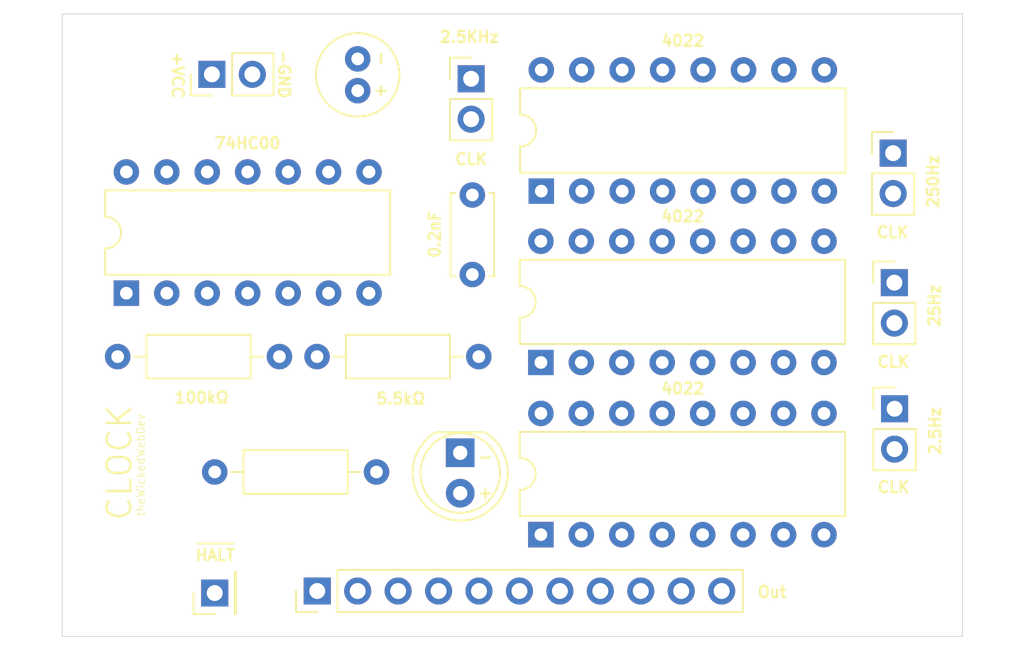
<source format=kicad_pcb>
(kicad_pcb (version 20171130) (host pcbnew "(5.1.9-0-10_14)")

  (general
    (thickness 1.6)
    (drawings 31)
    (tracks 0)
    (zones 0)
    (modules 21)
    (nets 38)
  )

  (page A4)
  (layers
    (0 F.Cu signal)
    (31 B.Cu signal)
    (32 B.Adhes user)
    (33 F.Adhes user)
    (34 B.Paste user)
    (35 F.Paste user)
    (36 B.SilkS user)
    (37 F.SilkS user)
    (38 B.Mask user)
    (39 F.Mask user)
    (40 Dwgs.User user)
    (41 Cmts.User user)
    (42 Eco1.User user)
    (43 Eco2.User user)
    (44 Edge.Cuts user)
    (45 Margin user)
    (46 B.CrtYd user)
    (47 F.CrtYd user)
    (48 B.Fab user)
    (49 F.Fab user)
  )

  (setup
    (last_trace_width 1)
    (user_trace_width 0.5)
    (user_trace_width 0.7)
    (user_trace_width 1)
    (trace_clearance 0.2)
    (zone_clearance 0.508)
    (zone_45_only no)
    (trace_min 0.2)
    (via_size 0.8)
    (via_drill 0.4)
    (via_min_size 0.4)
    (via_min_drill 0.3)
    (uvia_size 0.3)
    (uvia_drill 0.1)
    (uvias_allowed no)
    (uvia_min_size 0.2)
    (uvia_min_drill 0.1)
    (edge_width 0.05)
    (segment_width 0.2)
    (pcb_text_width 0.3)
    (pcb_text_size 1.5 1.5)
    (mod_edge_width 0.12)
    (mod_text_size 1 1)
    (mod_text_width 0.15)
    (pad_size 1.524 1.524)
    (pad_drill 0.762)
    (pad_to_mask_clearance 0)
    (aux_axis_origin 0 0)
    (grid_origin 194.0433 71.0692)
    (visible_elements FFFFFF7F)
    (pcbplotparams
      (layerselection 0x010fc_ffffffff)
      (usegerberextensions false)
      (usegerberattributes true)
      (usegerberadvancedattributes true)
      (creategerberjobfile true)
      (excludeedgelayer true)
      (linewidth 0.100000)
      (plotframeref false)
      (viasonmask false)
      (mode 1)
      (useauxorigin false)
      (hpglpennumber 1)
      (hpglpenspeed 20)
      (hpglpendiameter 15.000000)
      (psnegative false)
      (psa4output false)
      (plotreference true)
      (plotvalue true)
      (plotinvisibletext false)
      (padsonsilk false)
      (subtractmaskfromsilk false)
      (outputformat 1)
      (mirror false)
      (drillshape 0)
      (scaleselection 1)
      (outputdirectory "gerber"))
  )

  (net 0 "")
  (net 1 "Net-(C2-Pad2)")
  (net 2 "Net-(C2-Pad1)")
  (net 3 /HALT)
  (net 4 "Net-(R1-Pad2)")
  (net 5 "Net-(R2-Pad1)")
  (net 6 GND)
  (net 7 VCC)
  (net 8 "Net-(J4-Pad1)")
  (net 9 "Net-(U2-Pad7)")
  (net 10 "Net-(U2-Pad14)")
  (net 11 "Net-(U2-Pad5)")
  (net 12 "Net-(U2-Pad12)")
  (net 13 "Net-(U2-Pad4)")
  (net 14 "Net-(U2-Pad11)")
  (net 15 "Net-(U2-Pad3)")
  (net 16 "Net-(U2-Pad2)")
  (net 17 "Net-(U2-Pad1)")
  (net 18 "Net-(U3-Pad7)")
  (net 19 "Net-(U3-Pad14)")
  (net 20 "Net-(U3-Pad5)")
  (net 21 "Net-(U3-Pad12)")
  (net 22 "Net-(U3-Pad4)")
  (net 23 "Net-(U3-Pad11)")
  (net 24 "Net-(U3-Pad3)")
  (net 25 "Net-(U3-Pad2)")
  (net 26 "Net-(U3-Pad1)")
  (net 27 "Net-(U4-Pad7)")
  (net 28 "Net-(U4-Pad5)")
  (net 29 "Net-(U4-Pad4)")
  (net 30 "Net-(U4-Pad11)")
  (net 31 "Net-(U4-Pad3)")
  (net 32 "Net-(U4-Pad2)")
  (net 33 "Net-(U4-Pad1)")
  (net 34 "Net-(J6-Pad1)")
  (net 35 "Net-(J7-Pad1)")
  (net 36 "Net-(D2-Pad2)")
  (net 37 "Net-(D2-Pad1)")

  (net_class Default "This is the default net class."
    (clearance 0.2)
    (trace_width 0.25)
    (via_dia 0.8)
    (via_drill 0.4)
    (uvia_dia 0.3)
    (uvia_drill 0.1)
    (add_net /HALT)
    (add_net GND)
    (add_net "Net-(C2-Pad1)")
    (add_net "Net-(C2-Pad2)")
    (add_net "Net-(D2-Pad1)")
    (add_net "Net-(D2-Pad2)")
    (add_net "Net-(J4-Pad1)")
    (add_net "Net-(J6-Pad1)")
    (add_net "Net-(J7-Pad1)")
    (add_net "Net-(R1-Pad2)")
    (add_net "Net-(R2-Pad1)")
    (add_net "Net-(U2-Pad1)")
    (add_net "Net-(U2-Pad11)")
    (add_net "Net-(U2-Pad12)")
    (add_net "Net-(U2-Pad14)")
    (add_net "Net-(U2-Pad2)")
    (add_net "Net-(U2-Pad3)")
    (add_net "Net-(U2-Pad4)")
    (add_net "Net-(U2-Pad5)")
    (add_net "Net-(U2-Pad7)")
    (add_net "Net-(U3-Pad1)")
    (add_net "Net-(U3-Pad11)")
    (add_net "Net-(U3-Pad12)")
    (add_net "Net-(U3-Pad14)")
    (add_net "Net-(U3-Pad2)")
    (add_net "Net-(U3-Pad3)")
    (add_net "Net-(U3-Pad4)")
    (add_net "Net-(U3-Pad5)")
    (add_net "Net-(U3-Pad7)")
    (add_net "Net-(U4-Pad1)")
    (add_net "Net-(U4-Pad11)")
    (add_net "Net-(U4-Pad2)")
    (add_net "Net-(U4-Pad3)")
    (add_net "Net-(U4-Pad4)")
    (add_net "Net-(U4-Pad5)")
    (add_net "Net-(U4-Pad7)")
    (add_net VCC)
  )

  (module Connector_PinHeader_2.54mm:PinHeader_1x02_P2.54mm_Vertical (layer F.Cu) (tedit 59FED5CC) (tstamp 608D57DF)
    (at 198.4756 62.2427)
    (descr "Through hole straight pin header, 1x02, 2.54mm pitch, single row")
    (tags "Through hole pin header THT 1x02 2.54mm single row")
    (path /64D359D2)
    (fp_text reference J3 (at 0 -2.33) (layer F.SilkS) hide
      (effects (font (size 1 1) (thickness 0.15)))
    )
    (fp_text value Conn_01x02 (at 0 4.87) (layer F.Fab)
      (effects (font (size 1 1) (thickness 0.15)))
    )
    (fp_text user %R (at 0 1.27 90) (layer F.Fab)
      (effects (font (size 1 1) (thickness 0.15)))
    )
    (fp_line (start -0.635 -1.27) (end 1.27 -1.27) (layer F.Fab) (width 0.1))
    (fp_line (start 1.27 -1.27) (end 1.27 3.81) (layer F.Fab) (width 0.1))
    (fp_line (start 1.27 3.81) (end -1.27 3.81) (layer F.Fab) (width 0.1))
    (fp_line (start -1.27 3.81) (end -1.27 -0.635) (layer F.Fab) (width 0.1))
    (fp_line (start -1.27 -0.635) (end -0.635 -1.27) (layer F.Fab) (width 0.1))
    (fp_line (start -1.33 3.87) (end 1.33 3.87) (layer F.SilkS) (width 0.12))
    (fp_line (start -1.33 1.27) (end -1.33 3.87) (layer F.SilkS) (width 0.12))
    (fp_line (start 1.33 1.27) (end 1.33 3.87) (layer F.SilkS) (width 0.12))
    (fp_line (start -1.33 1.27) (end 1.33 1.27) (layer F.SilkS) (width 0.12))
    (fp_line (start -1.33 0) (end -1.33 -1.33) (layer F.SilkS) (width 0.12))
    (fp_line (start -1.33 -1.33) (end 0 -1.33) (layer F.SilkS) (width 0.12))
    (fp_line (start -1.8 -1.8) (end -1.8 4.35) (layer F.CrtYd) (width 0.05))
    (fp_line (start -1.8 4.35) (end 1.8 4.35) (layer F.CrtYd) (width 0.05))
    (fp_line (start 1.8 4.35) (end 1.8 -1.8) (layer F.CrtYd) (width 0.05))
    (fp_line (start 1.8 -1.8) (end -1.8 -1.8) (layer F.CrtYd) (width 0.05))
    (pad 2 thru_hole oval (at 0 2.54) (size 1.7 1.7) (drill 1) (layers *.Cu *.Mask)
      (net 36 "Net-(D2-Pad2)"))
    (pad 1 thru_hole rect (at 0 0) (size 1.7 1.7) (drill 1) (layers *.Cu *.Mask)
      (net 1 "Net-(C2-Pad2)"))
    (model ${KISYS3DMOD}/Connector_PinHeader_2.54mm.3dshapes/PinHeader_1x02_P2.54mm_Vertical.wrl
      (at (xyz 0 0 0))
      (scale (xyz 1 1 1))
      (rotate (xyz 0 0 0))
    )
  )

  (module MountingHole:MountingHole_3mm (layer F.Cu) (tedit 56D1B4CB) (tstamp 608D18C5)
    (at 176.276 61.8998)
    (descr "Mounting Hole 3mm, no annular")
    (tags "mounting hole 3mm no annular")
    (attr virtual)
    (fp_text reference REF** (at 0 -4) (layer F.SilkS) hide
      (effects (font (size 1 1) (thickness 0.15)))
    )
    (fp_text value MountingHole_3mm (at 0 4) (layer F.Fab)
      (effects (font (size 1 1) (thickness 0.15)))
    )
    (fp_text user %R (at 0.3 0) (layer F.Fab)
      (effects (font (size 1 1) (thickness 0.15)))
    )
    (fp_circle (center 0 0) (end 3 0) (layer Cmts.User) (width 0.15))
    (fp_circle (center 0 0) (end 3.25 0) (layer F.CrtYd) (width 0.05))
    (pad 1 np_thru_hole circle (at 0 0) (size 3 3) (drill 3) (layers *.Cu *.Mask))
  )

  (module MountingHole:MountingHole_3mm (layer F.Cu) (tedit 56D1B4CB) (tstamp 608D18DD)
    (at 225.4504 93.7133)
    (descr "Mounting Hole 3mm, no annular")
    (tags "mounting hole 3mm no annular")
    (attr virtual)
    (fp_text reference REF** (at 0 -4) (layer F.SilkS) hide
      (effects (font (size 1 1) (thickness 0.15)))
    )
    (fp_text value MountingHole_3mm (at 0 4) (layer F.Fab)
      (effects (font (size 1 1) (thickness 0.15)))
    )
    (fp_text user %R (at 0.3 0) (layer F.Fab)
      (effects (font (size 1 1) (thickness 0.15)))
    )
    (fp_circle (center 0 0) (end 3 0) (layer Cmts.User) (width 0.15))
    (fp_circle (center 0 0) (end 3.25 0) (layer F.CrtYd) (width 0.05))
    (pad 1 np_thru_hole circle (at 0 0) (size 3 3) (drill 3) (layers *.Cu *.Mask))
  )

  (module MountingHole:MountingHole_3mm (layer F.Cu) (tedit 56D1B4CB) (tstamp 608D18D6)
    (at 176.2252 93.8149)
    (descr "Mounting Hole 3mm, no annular")
    (tags "mounting hole 3mm no annular")
    (attr virtual)
    (fp_text reference REF** (at 0 -4) (layer F.SilkS) hide
      (effects (font (size 1 1) (thickness 0.15)))
    )
    (fp_text value MountingHole_3mm (at 0 4) (layer F.Fab)
      (effects (font (size 1 1) (thickness 0.15)))
    )
    (fp_circle (center 0 0) (end 3.25 0) (layer F.CrtYd) (width 0.05))
    (fp_circle (center 0 0) (end 3 0) (layer Cmts.User) (width 0.15))
    (fp_text user %R (at 0.3 0) (layer F.Fab)
      (effects (font (size 1 1) (thickness 0.15)))
    )
    (pad 1 np_thru_hole circle (at 0 0) (size 3 3) (drill 3) (layers *.Cu *.Mask))
  )

  (module MountingHole:MountingHole_3mm (layer F.Cu) (tedit 56D1B4CB) (tstamp 608D18C7)
    (at 225.8822 61.6966)
    (descr "Mounting Hole 3mm, no annular")
    (tags "mounting hole 3mm no annular")
    (attr virtual)
    (fp_text reference REF** (at 0 -4) (layer F.SilkS) hide
      (effects (font (size 1 1) (thickness 0.15)))
    )
    (fp_text value MountingHole_3mm (at 0 4) (layer F.Fab)
      (effects (font (size 1 1) (thickness 0.15)))
    )
    (fp_circle (center 0 0) (end 3.25 0) (layer F.CrtYd) (width 0.05))
    (fp_circle (center 0 0) (end 3 0) (layer Cmts.User) (width 0.15))
    (fp_text user %R (at 0.3 0) (layer F.Fab)
      (effects (font (size 1 1) (thickness 0.15)))
    )
    (pad 1 np_thru_hole circle (at 0 0) (size 3 3) (drill 3) (layers *.Cu *.Mask))
  )

  (module Resistor_THT:R_Axial_DIN0207_L6.3mm_D2.5mm_P10.16mm_Horizontal (layer F.Cu) (tedit 5AE5139B) (tstamp 608D4BDD)
    (at 182.372 86.9569)
    (descr "Resistor, Axial_DIN0207 series, Axial, Horizontal, pin pitch=10.16mm, 0.25W = 1/4W, length*diameter=6.3*2.5mm^2, http://cdn-reichelt.de/documents/datenblatt/B400/1_4W%23YAG.pdf")
    (tags "Resistor Axial_DIN0207 series Axial Horizontal pin pitch 10.16mm 0.25W = 1/4W length 6.3mm diameter 2.5mm")
    (path /64CAA58C)
    (fp_text reference R4 (at 5.08 -2.37) (layer F.SilkS) hide
      (effects (font (size 1 1) (thickness 0.15)))
    )
    (fp_text value R_US (at 5.08 2.37) (layer F.Fab)
      (effects (font (size 1 1) (thickness 0.15)))
    )
    (fp_text user %R (at 5.08 0) (layer F.Fab)
      (effects (font (size 1 1) (thickness 0.15)))
    )
    (fp_line (start 1.93 -1.25) (end 1.93 1.25) (layer F.Fab) (width 0.1))
    (fp_line (start 1.93 1.25) (end 8.23 1.25) (layer F.Fab) (width 0.1))
    (fp_line (start 8.23 1.25) (end 8.23 -1.25) (layer F.Fab) (width 0.1))
    (fp_line (start 8.23 -1.25) (end 1.93 -1.25) (layer F.Fab) (width 0.1))
    (fp_line (start 0 0) (end 1.93 0) (layer F.Fab) (width 0.1))
    (fp_line (start 10.16 0) (end 8.23 0) (layer F.Fab) (width 0.1))
    (fp_line (start 1.81 -1.37) (end 1.81 1.37) (layer F.SilkS) (width 0.12))
    (fp_line (start 1.81 1.37) (end 8.35 1.37) (layer F.SilkS) (width 0.12))
    (fp_line (start 8.35 1.37) (end 8.35 -1.37) (layer F.SilkS) (width 0.12))
    (fp_line (start 8.35 -1.37) (end 1.81 -1.37) (layer F.SilkS) (width 0.12))
    (fp_line (start 1.04 0) (end 1.81 0) (layer F.SilkS) (width 0.12))
    (fp_line (start 9.12 0) (end 8.35 0) (layer F.SilkS) (width 0.12))
    (fp_line (start -1.05 -1.5) (end -1.05 1.5) (layer F.CrtYd) (width 0.05))
    (fp_line (start -1.05 1.5) (end 11.21 1.5) (layer F.CrtYd) (width 0.05))
    (fp_line (start 11.21 1.5) (end 11.21 -1.5) (layer F.CrtYd) (width 0.05))
    (fp_line (start 11.21 -1.5) (end -1.05 -1.5) (layer F.CrtYd) (width 0.05))
    (pad 2 thru_hole oval (at 10.16 0) (size 1.6 1.6) (drill 0.8) (layers *.Cu *.Mask)
      (net 37 "Net-(D2-Pad1)"))
    (pad 1 thru_hole circle (at 0 0) (size 1.6 1.6) (drill 0.8) (layers *.Cu *.Mask)
      (net 6 GND))
    (model ${KISYS3DMOD}/Resistor_THT.3dshapes/R_Axial_DIN0207_L6.3mm_D2.5mm_P10.16mm_Horizontal.wrl
      (at (xyz 0 0 0))
      (scale (xyz 1 1 1))
      (rotate (xyz 0 0 0))
    )
  )

  (module LED_THT:LED_D5.0mm (layer F.Cu) (tedit 5995936A) (tstamp 608D1AAA)
    (at 197.7898 85.7504 270)
    (descr "LED, diameter 5.0mm, 2 pins, http://cdn-reichelt.de/documents/datenblatt/A500/LL-504BC2E-009.pdf")
    (tags "LED diameter 5.0mm 2 pins")
    (path /64CAA596)
    (fp_text reference D2 (at 1.27 -3.96 90) (layer F.SilkS) hide
      (effects (font (size 1 1) (thickness 0.15)))
    )
    (fp_text value LED (at 1.27 3.96 90) (layer F.Fab)
      (effects (font (size 1 1) (thickness 0.15)))
    )
    (fp_text user %R (at 1.25 0 90) (layer F.Fab)
      (effects (font (size 0.8 0.8) (thickness 0.2)))
    )
    (fp_arc (start 1.27 0) (end -1.29 1.54483) (angle -148.9) (layer F.SilkS) (width 0.12))
    (fp_arc (start 1.27 0) (end -1.29 -1.54483) (angle 148.9) (layer F.SilkS) (width 0.12))
    (fp_arc (start 1.27 0) (end -1.23 -1.469694) (angle 299.1) (layer F.Fab) (width 0.1))
    (fp_circle (center 1.27 0) (end 3.77 0) (layer F.Fab) (width 0.1))
    (fp_circle (center 1.27 0) (end 3.77 0) (layer F.SilkS) (width 0.12))
    (fp_line (start -1.23 -1.469694) (end -1.23 1.469694) (layer F.Fab) (width 0.1))
    (fp_line (start -1.29 -1.545) (end -1.29 1.545) (layer F.SilkS) (width 0.12))
    (fp_line (start -1.95 -3.25) (end -1.95 3.25) (layer F.CrtYd) (width 0.05))
    (fp_line (start -1.95 3.25) (end 4.5 3.25) (layer F.CrtYd) (width 0.05))
    (fp_line (start 4.5 3.25) (end 4.5 -3.25) (layer F.CrtYd) (width 0.05))
    (fp_line (start 4.5 -3.25) (end -1.95 -3.25) (layer F.CrtYd) (width 0.05))
    (pad 2 thru_hole circle (at 2.54 0 270) (size 1.8 1.8) (drill 0.9) (layers *.Cu *.Mask)
      (net 36 "Net-(D2-Pad2)"))
    (pad 1 thru_hole rect (at 0 0 270) (size 1.8 1.8) (drill 0.9) (layers *.Cu *.Mask)
      (net 37 "Net-(D2-Pad1)"))
    (model ${KISYS3DMOD}/LED_THT.3dshapes/LED_D5.0mm.wrl
      (at (xyz 0 0 0))
      (scale (xyz 1 1 1))
      (rotate (xyz 0 0 0))
    )
  )

  (module Connector_PinHeader_2.54mm:PinHeader_1x02_P2.54mm_Vertical (layer F.Cu) (tedit 59FED5CC) (tstamp 608CFDAC)
    (at 225.0567 75.057)
    (descr "Through hole straight pin header, 1x02, 2.54mm pitch, single row")
    (tags "Through hole pin header THT 1x02 2.54mm single row")
    (path /64C6B1B2)
    (fp_text reference J7 (at 0 -2.33) (layer F.SilkS) hide
      (effects (font (size 1 1) (thickness 0.15)))
    )
    (fp_text value Conn_01x02 (at 0 4.87) (layer F.Fab)
      (effects (font (size 1 1) (thickness 0.15)))
    )
    (fp_text user %R (at 0 1.27 90) (layer F.Fab)
      (effects (font (size 1 1) (thickness 0.15)))
    )
    (fp_line (start -0.635 -1.27) (end 1.27 -1.27) (layer F.Fab) (width 0.1))
    (fp_line (start 1.27 -1.27) (end 1.27 3.81) (layer F.Fab) (width 0.1))
    (fp_line (start 1.27 3.81) (end -1.27 3.81) (layer F.Fab) (width 0.1))
    (fp_line (start -1.27 3.81) (end -1.27 -0.635) (layer F.Fab) (width 0.1))
    (fp_line (start -1.27 -0.635) (end -0.635 -1.27) (layer F.Fab) (width 0.1))
    (fp_line (start -1.33 3.87) (end 1.33 3.87) (layer F.SilkS) (width 0.12))
    (fp_line (start -1.33 1.27) (end -1.33 3.87) (layer F.SilkS) (width 0.12))
    (fp_line (start 1.33 1.27) (end 1.33 3.87) (layer F.SilkS) (width 0.12))
    (fp_line (start -1.33 1.27) (end 1.33 1.27) (layer F.SilkS) (width 0.12))
    (fp_line (start -1.33 0) (end -1.33 -1.33) (layer F.SilkS) (width 0.12))
    (fp_line (start -1.33 -1.33) (end 0 -1.33) (layer F.SilkS) (width 0.12))
    (fp_line (start -1.8 -1.8) (end -1.8 4.35) (layer F.CrtYd) (width 0.05))
    (fp_line (start -1.8 4.35) (end 1.8 4.35) (layer F.CrtYd) (width 0.05))
    (fp_line (start 1.8 4.35) (end 1.8 -1.8) (layer F.CrtYd) (width 0.05))
    (fp_line (start 1.8 -1.8) (end -1.8 -1.8) (layer F.CrtYd) (width 0.05))
    (pad 2 thru_hole oval (at 0 2.54) (size 1.7 1.7) (drill 1) (layers *.Cu *.Mask)
      (net 36 "Net-(D2-Pad2)"))
    (pad 1 thru_hole rect (at 0 0) (size 1.7 1.7) (drill 1) (layers *.Cu *.Mask)
      (net 35 "Net-(J7-Pad1)"))
    (model ${KISYS3DMOD}/Connector_PinHeader_2.54mm.3dshapes/PinHeader_1x02_P2.54mm_Vertical.wrl
      (at (xyz 0 0 0))
      (scale (xyz 1 1 1))
      (rotate (xyz 0 0 0))
    )
  )

  (module Connector_PinHeader_2.54mm:PinHeader_1x02_P2.54mm_Vertical (layer F.Cu) (tedit 59FED5CC) (tstamp 608CFD96)
    (at 224.9805 66.9163)
    (descr "Through hole straight pin header, 1x02, 2.54mm pitch, single row")
    (tags "Through hole pin header THT 1x02 2.54mm single row")
    (path /64C6B4F2)
    (fp_text reference J6 (at 0 -2.33) (layer F.SilkS) hide
      (effects (font (size 1 1) (thickness 0.15)))
    )
    (fp_text value Conn_01x02 (at 0 4.87) (layer F.Fab)
      (effects (font (size 1 1) (thickness 0.15)))
    )
    (fp_text user %R (at 0 1.27 90) (layer F.Fab)
      (effects (font (size 1 1) (thickness 0.15)))
    )
    (fp_line (start -0.635 -1.27) (end 1.27 -1.27) (layer F.Fab) (width 0.1))
    (fp_line (start 1.27 -1.27) (end 1.27 3.81) (layer F.Fab) (width 0.1))
    (fp_line (start 1.27 3.81) (end -1.27 3.81) (layer F.Fab) (width 0.1))
    (fp_line (start -1.27 3.81) (end -1.27 -0.635) (layer F.Fab) (width 0.1))
    (fp_line (start -1.27 -0.635) (end -0.635 -1.27) (layer F.Fab) (width 0.1))
    (fp_line (start -1.33 3.87) (end 1.33 3.87) (layer F.SilkS) (width 0.12))
    (fp_line (start -1.33 1.27) (end -1.33 3.87) (layer F.SilkS) (width 0.12))
    (fp_line (start 1.33 1.27) (end 1.33 3.87) (layer F.SilkS) (width 0.12))
    (fp_line (start -1.33 1.27) (end 1.33 1.27) (layer F.SilkS) (width 0.12))
    (fp_line (start -1.33 0) (end -1.33 -1.33) (layer F.SilkS) (width 0.12))
    (fp_line (start -1.33 -1.33) (end 0 -1.33) (layer F.SilkS) (width 0.12))
    (fp_line (start -1.8 -1.8) (end -1.8 4.35) (layer F.CrtYd) (width 0.05))
    (fp_line (start -1.8 4.35) (end 1.8 4.35) (layer F.CrtYd) (width 0.05))
    (fp_line (start 1.8 4.35) (end 1.8 -1.8) (layer F.CrtYd) (width 0.05))
    (fp_line (start 1.8 -1.8) (end -1.8 -1.8) (layer F.CrtYd) (width 0.05))
    (pad 2 thru_hole oval (at 0 2.54) (size 1.7 1.7) (drill 1) (layers *.Cu *.Mask)
      (net 36 "Net-(D2-Pad2)"))
    (pad 1 thru_hole rect (at 0 0) (size 1.7 1.7) (drill 1) (layers *.Cu *.Mask)
      (net 34 "Net-(J6-Pad1)"))
    (model ${KISYS3DMOD}/Connector_PinHeader_2.54mm.3dshapes/PinHeader_1x02_P2.54mm_Vertical.wrl
      (at (xyz 0 0 0))
      (scale (xyz 1 1 1))
      (rotate (xyz 0 0 0))
    )
  )

  (module Connector_PinHeader_2.54mm:PinHeader_1x02_P2.54mm_Vertical (layer F.Cu) (tedit 59FED5CC) (tstamp 608CF564)
    (at 225.0694 82.9818)
    (descr "Through hole straight pin header, 1x02, 2.54mm pitch, single row")
    (tags "Through hole pin header THT 1x02 2.54mm single row")
    (path /64C57080)
    (fp_text reference J4 (at 0 -2.33) (layer F.SilkS) hide
      (effects (font (size 1 1) (thickness 0.15)))
    )
    (fp_text value Conn_01x02 (at 0 4.87) (layer F.Fab)
      (effects (font (size 1 1) (thickness 0.15)))
    )
    (fp_text user %R (at 0 1.27 90) (layer F.Fab)
      (effects (font (size 1 1) (thickness 0.15)))
    )
    (fp_line (start -0.635 -1.27) (end 1.27 -1.27) (layer F.Fab) (width 0.1))
    (fp_line (start 1.27 -1.27) (end 1.27 3.81) (layer F.Fab) (width 0.1))
    (fp_line (start 1.27 3.81) (end -1.27 3.81) (layer F.Fab) (width 0.1))
    (fp_line (start -1.27 3.81) (end -1.27 -0.635) (layer F.Fab) (width 0.1))
    (fp_line (start -1.27 -0.635) (end -0.635 -1.27) (layer F.Fab) (width 0.1))
    (fp_line (start -1.33 3.87) (end 1.33 3.87) (layer F.SilkS) (width 0.12))
    (fp_line (start -1.33 1.27) (end -1.33 3.87) (layer F.SilkS) (width 0.12))
    (fp_line (start 1.33 1.27) (end 1.33 3.87) (layer F.SilkS) (width 0.12))
    (fp_line (start -1.33 1.27) (end 1.33 1.27) (layer F.SilkS) (width 0.12))
    (fp_line (start -1.33 0) (end -1.33 -1.33) (layer F.SilkS) (width 0.12))
    (fp_line (start -1.33 -1.33) (end 0 -1.33) (layer F.SilkS) (width 0.12))
    (fp_line (start -1.8 -1.8) (end -1.8 4.35) (layer F.CrtYd) (width 0.05))
    (fp_line (start -1.8 4.35) (end 1.8 4.35) (layer F.CrtYd) (width 0.05))
    (fp_line (start 1.8 4.35) (end 1.8 -1.8) (layer F.CrtYd) (width 0.05))
    (fp_line (start 1.8 -1.8) (end -1.8 -1.8) (layer F.CrtYd) (width 0.05))
    (pad 2 thru_hole oval (at 0 2.54) (size 1.7 1.7) (drill 1) (layers *.Cu *.Mask)
      (net 36 "Net-(D2-Pad2)"))
    (pad 1 thru_hole rect (at 0 0) (size 1.7 1.7) (drill 1) (layers *.Cu *.Mask)
      (net 8 "Net-(J4-Pad1)"))
    (model ${KISYS3DMOD}/Connector_PinHeader_2.54mm.3dshapes/PinHeader_1x02_P2.54mm_Vertical.wrl
      (at (xyz 0 0 0))
      (scale (xyz 1 1 1))
      (rotate (xyz 0 0 0))
    )
  )

  (module Package_DIP:DIP-16_W7.62mm (layer F.Cu) (tedit 5A02E8C5) (tstamp 608CF6B5)
    (at 202.8571 80.0735 90)
    (descr "16-lead though-hole mounted DIP package, row spacing 7.62 mm (300 mils)")
    (tags "THT DIP DIL PDIP 2.54mm 7.62mm 300mil")
    (path /64C3BE87)
    (fp_text reference U4 (at 3.81 -2.33 90) (layer F.SilkS) hide
      (effects (font (size 1 1) (thickness 0.15)))
    )
    (fp_text value 4022 (at 3.81 20.11 90) (layer F.Fab)
      (effects (font (size 1 1) (thickness 0.15)))
    )
    (fp_text user %R (at 3.81 8.89 90) (layer F.Fab)
      (effects (font (size 1 1) (thickness 0.15)))
    )
    (fp_arc (start 3.81 -1.33) (end 2.81 -1.33) (angle -180) (layer F.SilkS) (width 0.12))
    (fp_line (start 1.635 -1.27) (end 6.985 -1.27) (layer F.Fab) (width 0.1))
    (fp_line (start 6.985 -1.27) (end 6.985 19.05) (layer F.Fab) (width 0.1))
    (fp_line (start 6.985 19.05) (end 0.635 19.05) (layer F.Fab) (width 0.1))
    (fp_line (start 0.635 19.05) (end 0.635 -0.27) (layer F.Fab) (width 0.1))
    (fp_line (start 0.635 -0.27) (end 1.635 -1.27) (layer F.Fab) (width 0.1))
    (fp_line (start 2.81 -1.33) (end 1.16 -1.33) (layer F.SilkS) (width 0.12))
    (fp_line (start 1.16 -1.33) (end 1.16 19.11) (layer F.SilkS) (width 0.12))
    (fp_line (start 1.16 19.11) (end 6.46 19.11) (layer F.SilkS) (width 0.12))
    (fp_line (start 6.46 19.11) (end 6.46 -1.33) (layer F.SilkS) (width 0.12))
    (fp_line (start 6.46 -1.33) (end 4.81 -1.33) (layer F.SilkS) (width 0.12))
    (fp_line (start -1.1 -1.55) (end -1.1 19.3) (layer F.CrtYd) (width 0.05))
    (fp_line (start -1.1 19.3) (end 8.7 19.3) (layer F.CrtYd) (width 0.05))
    (fp_line (start 8.7 19.3) (end 8.7 -1.55) (layer F.CrtYd) (width 0.05))
    (fp_line (start 8.7 -1.55) (end -1.1 -1.55) (layer F.CrtYd) (width 0.05))
    (pad 16 thru_hole oval (at 7.62 0 90) (size 1.6 1.6) (drill 0.8) (layers *.Cu *.Mask)
      (net 7 VCC))
    (pad 8 thru_hole oval (at 0 17.78 90) (size 1.6 1.6) (drill 0.8) (layers *.Cu *.Mask)
      (net 6 GND))
    (pad 15 thru_hole oval (at 7.62 2.54 90) (size 1.6 1.6) (drill 0.8) (layers *.Cu *.Mask)
      (net 6 GND))
    (pad 7 thru_hole oval (at 0 15.24 90) (size 1.6 1.6) (drill 0.8) (layers *.Cu *.Mask)
      (net 27 "Net-(U4-Pad7)"))
    (pad 14 thru_hole oval (at 7.62 5.08 90) (size 1.6 1.6) (drill 0.8) (layers *.Cu *.Mask)
      (net 12 "Net-(U2-Pad12)"))
    (pad 6 thru_hole oval (at 0 12.7 90) (size 1.6 1.6) (drill 0.8) (layers *.Cu *.Mask))
    (pad 13 thru_hole oval (at 7.62 7.62 90) (size 1.6 1.6) (drill 0.8) (layers *.Cu *.Mask)
      (net 6 GND))
    (pad 5 thru_hole oval (at 0 10.16 90) (size 1.6 1.6) (drill 0.8) (layers *.Cu *.Mask)
      (net 28 "Net-(U4-Pad5)"))
    (pad 12 thru_hole oval (at 7.62 10.16 90) (size 1.6 1.6) (drill 0.8) (layers *.Cu *.Mask)
      (net 19 "Net-(U3-Pad14)"))
    (pad 4 thru_hole oval (at 0 7.62 90) (size 1.6 1.6) (drill 0.8) (layers *.Cu *.Mask)
      (net 29 "Net-(U4-Pad4)"))
    (pad 11 thru_hole oval (at 7.62 12.7 90) (size 1.6 1.6) (drill 0.8) (layers *.Cu *.Mask)
      (net 30 "Net-(U4-Pad11)"))
    (pad 3 thru_hole oval (at 0 5.08 90) (size 1.6 1.6) (drill 0.8) (layers *.Cu *.Mask)
      (net 31 "Net-(U4-Pad3)"))
    (pad 10 thru_hole oval (at 7.62 15.24 90) (size 1.6 1.6) (drill 0.8) (layers *.Cu *.Mask)
      (net 35 "Net-(J7-Pad1)"))
    (pad 2 thru_hole oval (at 0 2.54 90) (size 1.6 1.6) (drill 0.8) (layers *.Cu *.Mask)
      (net 32 "Net-(U4-Pad2)"))
    (pad 9 thru_hole oval (at 7.62 17.78 90) (size 1.6 1.6) (drill 0.8) (layers *.Cu *.Mask))
    (pad 1 thru_hole rect (at 0 0 90) (size 1.6 1.6) (drill 0.8) (layers *.Cu *.Mask)
      (net 33 "Net-(U4-Pad1)"))
    (model ${KISYS3DMOD}/Package_DIP.3dshapes/DIP-16_W7.62mm.wrl
      (at (xyz 0 0 0))
      (scale (xyz 1 1 1))
      (rotate (xyz 0 0 0))
    )
  )

  (module Package_DIP:DIP-16_W7.62mm (layer F.Cu) (tedit 5A02E8C5) (tstamp 608CF691)
    (at 202.8571 90.8939 90)
    (descr "16-lead though-hole mounted DIP package, row spacing 7.62 mm (300 mils)")
    (tags "THT DIP DIL PDIP 2.54mm 7.62mm 300mil")
    (path /64C38F16)
    (fp_text reference U3 (at 3.81 -2.33 90) (layer F.SilkS) hide
      (effects (font (size 1 1) (thickness 0.15)))
    )
    (fp_text value 4022 (at 3.81 20.11 90) (layer F.Fab)
      (effects (font (size 1 1) (thickness 0.15)))
    )
    (fp_text user %R (at 3.81 8.89 90) (layer F.Fab)
      (effects (font (size 1 1) (thickness 0.15)))
    )
    (fp_arc (start 3.81 -1.33) (end 2.81 -1.33) (angle -180) (layer F.SilkS) (width 0.12))
    (fp_line (start 1.635 -1.27) (end 6.985 -1.27) (layer F.Fab) (width 0.1))
    (fp_line (start 6.985 -1.27) (end 6.985 19.05) (layer F.Fab) (width 0.1))
    (fp_line (start 6.985 19.05) (end 0.635 19.05) (layer F.Fab) (width 0.1))
    (fp_line (start 0.635 19.05) (end 0.635 -0.27) (layer F.Fab) (width 0.1))
    (fp_line (start 0.635 -0.27) (end 1.635 -1.27) (layer F.Fab) (width 0.1))
    (fp_line (start 2.81 -1.33) (end 1.16 -1.33) (layer F.SilkS) (width 0.12))
    (fp_line (start 1.16 -1.33) (end 1.16 19.11) (layer F.SilkS) (width 0.12))
    (fp_line (start 1.16 19.11) (end 6.46 19.11) (layer F.SilkS) (width 0.12))
    (fp_line (start 6.46 19.11) (end 6.46 -1.33) (layer F.SilkS) (width 0.12))
    (fp_line (start 6.46 -1.33) (end 4.81 -1.33) (layer F.SilkS) (width 0.12))
    (fp_line (start -1.1 -1.55) (end -1.1 19.3) (layer F.CrtYd) (width 0.05))
    (fp_line (start -1.1 19.3) (end 8.7 19.3) (layer F.CrtYd) (width 0.05))
    (fp_line (start 8.7 19.3) (end 8.7 -1.55) (layer F.CrtYd) (width 0.05))
    (fp_line (start 8.7 -1.55) (end -1.1 -1.55) (layer F.CrtYd) (width 0.05))
    (pad 16 thru_hole oval (at 7.62 0 90) (size 1.6 1.6) (drill 0.8) (layers *.Cu *.Mask)
      (net 7 VCC))
    (pad 8 thru_hole oval (at 0 17.78 90) (size 1.6 1.6) (drill 0.8) (layers *.Cu *.Mask)
      (net 6 GND))
    (pad 15 thru_hole oval (at 7.62 2.54 90) (size 1.6 1.6) (drill 0.8) (layers *.Cu *.Mask)
      (net 6 GND))
    (pad 7 thru_hole oval (at 0 15.24 90) (size 1.6 1.6) (drill 0.8) (layers *.Cu *.Mask)
      (net 18 "Net-(U3-Pad7)"))
    (pad 14 thru_hole oval (at 7.62 5.08 90) (size 1.6 1.6) (drill 0.8) (layers *.Cu *.Mask)
      (net 19 "Net-(U3-Pad14)"))
    (pad 6 thru_hole oval (at 0 12.7 90) (size 1.6 1.6) (drill 0.8) (layers *.Cu *.Mask))
    (pad 13 thru_hole oval (at 7.62 7.62 90) (size 1.6 1.6) (drill 0.8) (layers *.Cu *.Mask)
      (net 6 GND))
    (pad 5 thru_hole oval (at 0 10.16 90) (size 1.6 1.6) (drill 0.8) (layers *.Cu *.Mask)
      (net 20 "Net-(U3-Pad5)"))
    (pad 12 thru_hole oval (at 7.62 10.16 90) (size 1.6 1.6) (drill 0.8) (layers *.Cu *.Mask)
      (net 21 "Net-(U3-Pad12)"))
    (pad 4 thru_hole oval (at 0 7.62 90) (size 1.6 1.6) (drill 0.8) (layers *.Cu *.Mask)
      (net 22 "Net-(U3-Pad4)"))
    (pad 11 thru_hole oval (at 7.62 12.7 90) (size 1.6 1.6) (drill 0.8) (layers *.Cu *.Mask)
      (net 23 "Net-(U3-Pad11)"))
    (pad 3 thru_hole oval (at 0 5.08 90) (size 1.6 1.6) (drill 0.8) (layers *.Cu *.Mask)
      (net 24 "Net-(U3-Pad3)"))
    (pad 10 thru_hole oval (at 7.62 15.24 90) (size 1.6 1.6) (drill 0.8) (layers *.Cu *.Mask)
      (net 8 "Net-(J4-Pad1)"))
    (pad 2 thru_hole oval (at 0 2.54 90) (size 1.6 1.6) (drill 0.8) (layers *.Cu *.Mask)
      (net 25 "Net-(U3-Pad2)"))
    (pad 9 thru_hole oval (at 7.62 17.78 90) (size 1.6 1.6) (drill 0.8) (layers *.Cu *.Mask))
    (pad 1 thru_hole rect (at 0 0 90) (size 1.6 1.6) (drill 0.8) (layers *.Cu *.Mask)
      (net 26 "Net-(U3-Pad1)"))
    (model ${KISYS3DMOD}/Package_DIP.3dshapes/DIP-16_W7.62mm.wrl
      (at (xyz 0 0 0))
      (scale (xyz 1 1 1))
      (rotate (xyz 0 0 0))
    )
  )

  (module Package_DIP:DIP-16_W7.62mm (layer F.Cu) (tedit 5A02E8C5) (tstamp 608CF66D)
    (at 202.8825 69.3039 90)
    (descr "16-lead though-hole mounted DIP package, row spacing 7.62 mm (300 mils)")
    (tags "THT DIP DIL PDIP 2.54mm 7.62mm 300mil")
    (path /64C31827)
    (fp_text reference U2 (at 3.81 -2.33 90) (layer F.SilkS) hide
      (effects (font (size 1 1) (thickness 0.15)))
    )
    (fp_text value 4022 (at 3.81 20.11 90) (layer F.Fab)
      (effects (font (size 1 1) (thickness 0.15)))
    )
    (fp_text user %R (at 3.81 8.89 90) (layer F.Fab)
      (effects (font (size 1 1) (thickness 0.15)))
    )
    (fp_arc (start 3.81 -1.33) (end 2.81 -1.33) (angle -180) (layer F.SilkS) (width 0.12))
    (fp_line (start 1.635 -1.27) (end 6.985 -1.27) (layer F.Fab) (width 0.1))
    (fp_line (start 6.985 -1.27) (end 6.985 19.05) (layer F.Fab) (width 0.1))
    (fp_line (start 6.985 19.05) (end 0.635 19.05) (layer F.Fab) (width 0.1))
    (fp_line (start 0.635 19.05) (end 0.635 -0.27) (layer F.Fab) (width 0.1))
    (fp_line (start 0.635 -0.27) (end 1.635 -1.27) (layer F.Fab) (width 0.1))
    (fp_line (start 2.81 -1.33) (end 1.16 -1.33) (layer F.SilkS) (width 0.12))
    (fp_line (start 1.16 -1.33) (end 1.16 19.11) (layer F.SilkS) (width 0.12))
    (fp_line (start 1.16 19.11) (end 6.46 19.11) (layer F.SilkS) (width 0.12))
    (fp_line (start 6.46 19.11) (end 6.46 -1.33) (layer F.SilkS) (width 0.12))
    (fp_line (start 6.46 -1.33) (end 4.81 -1.33) (layer F.SilkS) (width 0.12))
    (fp_line (start -1.1 -1.55) (end -1.1 19.3) (layer F.CrtYd) (width 0.05))
    (fp_line (start -1.1 19.3) (end 8.7 19.3) (layer F.CrtYd) (width 0.05))
    (fp_line (start 8.7 19.3) (end 8.7 -1.55) (layer F.CrtYd) (width 0.05))
    (fp_line (start 8.7 -1.55) (end -1.1 -1.55) (layer F.CrtYd) (width 0.05))
    (pad 16 thru_hole oval (at 7.62 0 90) (size 1.6 1.6) (drill 0.8) (layers *.Cu *.Mask)
      (net 7 VCC))
    (pad 8 thru_hole oval (at 0 17.78 90) (size 1.6 1.6) (drill 0.8) (layers *.Cu *.Mask)
      (net 6 GND))
    (pad 15 thru_hole oval (at 7.62 2.54 90) (size 1.6 1.6) (drill 0.8) (layers *.Cu *.Mask)
      (net 6 GND))
    (pad 7 thru_hole oval (at 0 15.24 90) (size 1.6 1.6) (drill 0.8) (layers *.Cu *.Mask)
      (net 9 "Net-(U2-Pad7)"))
    (pad 14 thru_hole oval (at 7.62 5.08 90) (size 1.6 1.6) (drill 0.8) (layers *.Cu *.Mask)
      (net 10 "Net-(U2-Pad14)"))
    (pad 6 thru_hole oval (at 0 12.7 90) (size 1.6 1.6) (drill 0.8) (layers *.Cu *.Mask))
    (pad 13 thru_hole oval (at 7.62 7.62 90) (size 1.6 1.6) (drill 0.8) (layers *.Cu *.Mask)
      (net 6 GND))
    (pad 5 thru_hole oval (at 0 10.16 90) (size 1.6 1.6) (drill 0.8) (layers *.Cu *.Mask)
      (net 11 "Net-(U2-Pad5)"))
    (pad 12 thru_hole oval (at 7.62 10.16 90) (size 1.6 1.6) (drill 0.8) (layers *.Cu *.Mask)
      (net 12 "Net-(U2-Pad12)"))
    (pad 4 thru_hole oval (at 0 7.62 90) (size 1.6 1.6) (drill 0.8) (layers *.Cu *.Mask)
      (net 13 "Net-(U2-Pad4)"))
    (pad 11 thru_hole oval (at 7.62 12.7 90) (size 1.6 1.6) (drill 0.8) (layers *.Cu *.Mask)
      (net 14 "Net-(U2-Pad11)"))
    (pad 3 thru_hole oval (at 0 5.08 90) (size 1.6 1.6) (drill 0.8) (layers *.Cu *.Mask)
      (net 15 "Net-(U2-Pad3)"))
    (pad 10 thru_hole oval (at 7.62 15.24 90) (size 1.6 1.6) (drill 0.8) (layers *.Cu *.Mask)
      (net 34 "Net-(J6-Pad1)"))
    (pad 2 thru_hole oval (at 0 2.54 90) (size 1.6 1.6) (drill 0.8) (layers *.Cu *.Mask)
      (net 16 "Net-(U2-Pad2)"))
    (pad 9 thru_hole oval (at 7.62 17.78 90) (size 1.6 1.6) (drill 0.8) (layers *.Cu *.Mask))
    (pad 1 thru_hole rect (at 0 0 90) (size 1.6 1.6) (drill 0.8) (layers *.Cu *.Mask)
      (net 17 "Net-(U2-Pad1)"))
    (model ${KISYS3DMOD}/Package_DIP.3dshapes/DIP-16_W7.62mm.wrl
      (at (xyz 0 0 0))
      (scale (xyz 1 1 1))
      (rotate (xyz 0 0 0))
    )
  )

  (module Connector_PinHeader_2.54mm:PinHeader_1x11_P2.54mm_Vertical (layer F.Cu) (tedit 59FED5CC) (tstamp 608D16E7)
    (at 188.8109 94.4372 90)
    (descr "Through hole straight pin header, 1x11, 2.54mm pitch, single row")
    (tags "Through hole pin header THT 1x11 2.54mm single row")
    (path /64C546DF)
    (fp_text reference J5 (at 0 -2.33 90) (layer F.SilkS) hide
      (effects (font (size 1 1) (thickness 0.15)))
    )
    (fp_text value Conn_01x11 (at 0 27.73 90) (layer F.Fab)
      (effects (font (size 1 1) (thickness 0.15)))
    )
    (fp_text user %R (at 0 12.7) (layer F.Fab)
      (effects (font (size 1 1) (thickness 0.15)))
    )
    (fp_line (start -0.635 -1.27) (end 1.27 -1.27) (layer F.Fab) (width 0.1))
    (fp_line (start 1.27 -1.27) (end 1.27 26.67) (layer F.Fab) (width 0.1))
    (fp_line (start 1.27 26.67) (end -1.27 26.67) (layer F.Fab) (width 0.1))
    (fp_line (start -1.27 26.67) (end -1.27 -0.635) (layer F.Fab) (width 0.1))
    (fp_line (start -1.27 -0.635) (end -0.635 -1.27) (layer F.Fab) (width 0.1))
    (fp_line (start -1.33 26.73) (end 1.33 26.73) (layer F.SilkS) (width 0.12))
    (fp_line (start -1.33 1.27) (end -1.33 26.73) (layer F.SilkS) (width 0.12))
    (fp_line (start 1.33 1.27) (end 1.33 26.73) (layer F.SilkS) (width 0.12))
    (fp_line (start -1.33 1.27) (end 1.33 1.27) (layer F.SilkS) (width 0.12))
    (fp_line (start -1.33 0) (end -1.33 -1.33) (layer F.SilkS) (width 0.12))
    (fp_line (start -1.33 -1.33) (end 0 -1.33) (layer F.SilkS) (width 0.12))
    (fp_line (start -1.8 -1.8) (end -1.8 27.2) (layer F.CrtYd) (width 0.05))
    (fp_line (start -1.8 27.2) (end 1.8 27.2) (layer F.CrtYd) (width 0.05))
    (fp_line (start 1.8 27.2) (end 1.8 -1.8) (layer F.CrtYd) (width 0.05))
    (fp_line (start 1.8 -1.8) (end -1.8 -1.8) (layer F.CrtYd) (width 0.05))
    (pad 11 thru_hole oval (at 0 25.4 90) (size 1.7 1.7) (drill 1) (layers *.Cu *.Mask)
      (net 36 "Net-(D2-Pad2)"))
    (pad 10 thru_hole oval (at 0 22.86 90) (size 1.7 1.7) (drill 1) (layers *.Cu *.Mask)
      (net 36 "Net-(D2-Pad2)"))
    (pad 9 thru_hole oval (at 0 20.32 90) (size 1.7 1.7) (drill 1) (layers *.Cu *.Mask)
      (net 36 "Net-(D2-Pad2)"))
    (pad 8 thru_hole oval (at 0 17.78 90) (size 1.7 1.7) (drill 1) (layers *.Cu *.Mask)
      (net 36 "Net-(D2-Pad2)"))
    (pad 7 thru_hole oval (at 0 15.24 90) (size 1.7 1.7) (drill 1) (layers *.Cu *.Mask)
      (net 36 "Net-(D2-Pad2)"))
    (pad 6 thru_hole oval (at 0 12.7 90) (size 1.7 1.7) (drill 1) (layers *.Cu *.Mask)
      (net 36 "Net-(D2-Pad2)"))
    (pad 5 thru_hole oval (at 0 10.16 90) (size 1.7 1.7) (drill 1) (layers *.Cu *.Mask)
      (net 36 "Net-(D2-Pad2)"))
    (pad 4 thru_hole oval (at 0 7.62 90) (size 1.7 1.7) (drill 1) (layers *.Cu *.Mask)
      (net 36 "Net-(D2-Pad2)"))
    (pad 3 thru_hole oval (at 0 5.08 90) (size 1.7 1.7) (drill 1) (layers *.Cu *.Mask)
      (net 36 "Net-(D2-Pad2)"))
    (pad 2 thru_hole oval (at 0 2.54 90) (size 1.7 1.7) (drill 1) (layers *.Cu *.Mask)
      (net 36 "Net-(D2-Pad2)"))
    (pad 1 thru_hole rect (at 0 0 90) (size 1.7 1.7) (drill 1) (layers *.Cu *.Mask)
      (net 36 "Net-(D2-Pad2)"))
    (model ${KISYS3DMOD}/Connector_PinHeader_2.54mm.3dshapes/PinHeader_1x11_P2.54mm_Vertical.wrl
      (at (xyz 0 0 0))
      (scale (xyz 1 1 1))
      (rotate (xyz 0 0 0))
    )
  )

  (module Package_DIP:DIP-14_W7.62mm (layer F.Cu) (tedit 5A02E8C5) (tstamp 608CDB16)
    (at 176.8221 75.7174 90)
    (descr "14-lead though-hole mounted DIP package, row spacing 7.62 mm (300 mils)")
    (tags "THT DIP DIL PDIP 2.54mm 7.62mm 300mil")
    (path /64BE635E)
    (fp_text reference U1 (at 3.81 -2.33 90) (layer F.SilkS) hide
      (effects (font (size 1 1) (thickness 0.15)))
    )
    (fp_text value 74HC00 (at 3.81 17.57 90) (layer F.Fab)
      (effects (font (size 1 1) (thickness 0.15)))
    )
    (fp_text user %R (at 3.81 7.62 90) (layer F.Fab)
      (effects (font (size 1 1) (thickness 0.15)))
    )
    (fp_arc (start 3.81 -1.33) (end 2.81 -1.33) (angle -180) (layer F.SilkS) (width 0.12))
    (fp_line (start 1.635 -1.27) (end 6.985 -1.27) (layer F.Fab) (width 0.1))
    (fp_line (start 6.985 -1.27) (end 6.985 16.51) (layer F.Fab) (width 0.1))
    (fp_line (start 6.985 16.51) (end 0.635 16.51) (layer F.Fab) (width 0.1))
    (fp_line (start 0.635 16.51) (end 0.635 -0.27) (layer F.Fab) (width 0.1))
    (fp_line (start 0.635 -0.27) (end 1.635 -1.27) (layer F.Fab) (width 0.1))
    (fp_line (start 2.81 -1.33) (end 1.16 -1.33) (layer F.SilkS) (width 0.12))
    (fp_line (start 1.16 -1.33) (end 1.16 16.57) (layer F.SilkS) (width 0.12))
    (fp_line (start 1.16 16.57) (end 6.46 16.57) (layer F.SilkS) (width 0.12))
    (fp_line (start 6.46 16.57) (end 6.46 -1.33) (layer F.SilkS) (width 0.12))
    (fp_line (start 6.46 -1.33) (end 4.81 -1.33) (layer F.SilkS) (width 0.12))
    (fp_line (start -1.1 -1.55) (end -1.1 16.8) (layer F.CrtYd) (width 0.05))
    (fp_line (start -1.1 16.8) (end 8.7 16.8) (layer F.CrtYd) (width 0.05))
    (fp_line (start 8.7 16.8) (end 8.7 -1.55) (layer F.CrtYd) (width 0.05))
    (fp_line (start 8.7 -1.55) (end -1.1 -1.55) (layer F.CrtYd) (width 0.05))
    (pad 14 thru_hole oval (at 7.62 0 90) (size 1.6 1.6) (drill 0.8) (layers *.Cu *.Mask)
      (net 7 VCC))
    (pad 7 thru_hole oval (at 0 15.24 90) (size 1.6 1.6) (drill 0.8) (layers *.Cu *.Mask)
      (net 6 GND))
    (pad 13 thru_hole oval (at 7.62 2.54 90) (size 1.6 1.6) (drill 0.8) (layers *.Cu *.Mask))
    (pad 6 thru_hole oval (at 0 12.7 90) (size 1.6 1.6) (drill 0.8) (layers *.Cu *.Mask)
      (net 2 "Net-(C2-Pad1)"))
    (pad 12 thru_hole oval (at 7.62 5.08 90) (size 1.6 1.6) (drill 0.8) (layers *.Cu *.Mask))
    (pad 5 thru_hole oval (at 0 10.16 90) (size 1.6 1.6) (drill 0.8) (layers *.Cu *.Mask)
      (net 5 "Net-(R2-Pad1)"))
    (pad 11 thru_hole oval (at 7.62 7.62 90) (size 1.6 1.6) (drill 0.8) (layers *.Cu *.Mask))
    (pad 4 thru_hole oval (at 0 7.62 90) (size 1.6 1.6) (drill 0.8) (layers *.Cu *.Mask)
      (net 5 "Net-(R2-Pad1)"))
    (pad 10 thru_hole oval (at 7.62 10.16 90) (size 1.6 1.6) (drill 0.8) (layers *.Cu *.Mask))
    (pad 3 thru_hole oval (at 0 5.08 90) (size 1.6 1.6) (drill 0.8) (layers *.Cu *.Mask)
      (net 5 "Net-(R2-Pad1)"))
    (pad 9 thru_hole oval (at 7.62 12.7 90) (size 1.6 1.6) (drill 0.8) (layers *.Cu *.Mask))
    (pad 2 thru_hole oval (at 0 2.54 90) (size 1.6 1.6) (drill 0.8) (layers *.Cu *.Mask)
      (net 4 "Net-(R1-Pad2)"))
    (pad 8 thru_hole oval (at 7.62 15.24 90) (size 1.6 1.6) (drill 0.8) (layers *.Cu *.Mask))
    (pad 1 thru_hole rect (at 0 0 90) (size 1.6 1.6) (drill 0.8) (layers *.Cu *.Mask)
      (net 3 /HALT))
    (model ${KISYS3DMOD}/Package_DIP.3dshapes/DIP-14_W7.62mm.wrl
      (at (xyz 0 0 0))
      (scale (xyz 1 1 1))
      (rotate (xyz 0 0 0))
    )
  )

  (module Resistor_THT:R_Axial_DIN0207_L6.3mm_D2.5mm_P10.16mm_Horizontal (layer F.Cu) (tedit 5AE5139B) (tstamp 608D3CDC)
    (at 198.9582 79.7052 180)
    (descr "Resistor, Axial_DIN0207 series, Axial, Horizontal, pin pitch=10.16mm, 0.25W = 1/4W, length*diameter=6.3*2.5mm^2, http://cdn-reichelt.de/documents/datenblatt/B400/1_4W%23YAG.pdf")
    (tags "Resistor Axial_DIN0207 series Axial Horizontal pin pitch 10.16mm 0.25W = 1/4W length 6.3mm diameter 2.5mm")
    (path /64BFD590)
    (fp_text reference R2 (at 5.08 -2.37) (layer F.SilkS) hide
      (effects (font (size 1 1) (thickness 0.15)))
    )
    (fp_text value R_US (at 5.08 2.37) (layer F.Fab)
      (effects (font (size 1 1) (thickness 0.15)))
    )
    (fp_text user %R (at 5.08 0) (layer F.Fab)
      (effects (font (size 1 1) (thickness 0.15)))
    )
    (fp_line (start 1.93 -1.25) (end 1.93 1.25) (layer F.Fab) (width 0.1))
    (fp_line (start 1.93 1.25) (end 8.23 1.25) (layer F.Fab) (width 0.1))
    (fp_line (start 8.23 1.25) (end 8.23 -1.25) (layer F.Fab) (width 0.1))
    (fp_line (start 8.23 -1.25) (end 1.93 -1.25) (layer F.Fab) (width 0.1))
    (fp_line (start 0 0) (end 1.93 0) (layer F.Fab) (width 0.1))
    (fp_line (start 10.16 0) (end 8.23 0) (layer F.Fab) (width 0.1))
    (fp_line (start 1.81 -1.37) (end 1.81 1.37) (layer F.SilkS) (width 0.12))
    (fp_line (start 1.81 1.37) (end 8.35 1.37) (layer F.SilkS) (width 0.12))
    (fp_line (start 8.35 1.37) (end 8.35 -1.37) (layer F.SilkS) (width 0.12))
    (fp_line (start 8.35 -1.37) (end 1.81 -1.37) (layer F.SilkS) (width 0.12))
    (fp_line (start 1.04 0) (end 1.81 0) (layer F.SilkS) (width 0.12))
    (fp_line (start 9.12 0) (end 8.35 0) (layer F.SilkS) (width 0.12))
    (fp_line (start -1.05 -1.5) (end -1.05 1.5) (layer F.CrtYd) (width 0.05))
    (fp_line (start -1.05 1.5) (end 11.21 1.5) (layer F.CrtYd) (width 0.05))
    (fp_line (start 11.21 1.5) (end 11.21 -1.5) (layer F.CrtYd) (width 0.05))
    (fp_line (start 11.21 -1.5) (end -1.05 -1.5) (layer F.CrtYd) (width 0.05))
    (pad 2 thru_hole oval (at 10.16 0 180) (size 1.6 1.6) (drill 0.8) (layers *.Cu *.Mask)
      (net 1 "Net-(C2-Pad2)"))
    (pad 1 thru_hole circle (at 0 0 180) (size 1.6 1.6) (drill 0.8) (layers *.Cu *.Mask)
      (net 5 "Net-(R2-Pad1)"))
    (model ${KISYS3DMOD}/Resistor_THT.3dshapes/R_Axial_DIN0207_L6.3mm_D2.5mm_P10.16mm_Horizontal.wrl
      (at (xyz 0 0 0))
      (scale (xyz 1 1 1))
      (rotate (xyz 0 0 0))
    )
  )

  (module Resistor_THT:R_Axial_DIN0207_L6.3mm_D2.5mm_P10.16mm_Horizontal (layer F.Cu) (tedit 5AE5139B) (tstamp 608D3BE6)
    (at 186.436 79.7052 180)
    (descr "Resistor, Axial_DIN0207 series, Axial, Horizontal, pin pitch=10.16mm, 0.25W = 1/4W, length*diameter=6.3*2.5mm^2, http://cdn-reichelt.de/documents/datenblatt/B400/1_4W%23YAG.pdf")
    (tags "Resistor Axial_DIN0207 series Axial Horizontal pin pitch 10.16mm 0.25W = 1/4W length 6.3mm diameter 2.5mm")
    (path /64BF97D2)
    (fp_text reference R1 (at 5.08 -2.37) (layer F.SilkS) hide
      (effects (font (size 1 1) (thickness 0.15)))
    )
    (fp_text value R_US (at 5.08 2.37) (layer F.Fab)
      (effects (font (size 1 1) (thickness 0.15)))
    )
    (fp_text user %R (at 5.08 0) (layer F.Fab)
      (effects (font (size 1 1) (thickness 0.15)))
    )
    (fp_line (start 1.93 -1.25) (end 1.93 1.25) (layer F.Fab) (width 0.1))
    (fp_line (start 1.93 1.25) (end 8.23 1.25) (layer F.Fab) (width 0.1))
    (fp_line (start 8.23 1.25) (end 8.23 -1.25) (layer F.Fab) (width 0.1))
    (fp_line (start 8.23 -1.25) (end 1.93 -1.25) (layer F.Fab) (width 0.1))
    (fp_line (start 0 0) (end 1.93 0) (layer F.Fab) (width 0.1))
    (fp_line (start 10.16 0) (end 8.23 0) (layer F.Fab) (width 0.1))
    (fp_line (start 1.81 -1.37) (end 1.81 1.37) (layer F.SilkS) (width 0.12))
    (fp_line (start 1.81 1.37) (end 8.35 1.37) (layer F.SilkS) (width 0.12))
    (fp_line (start 8.35 1.37) (end 8.35 -1.37) (layer F.SilkS) (width 0.12))
    (fp_line (start 8.35 -1.37) (end 1.81 -1.37) (layer F.SilkS) (width 0.12))
    (fp_line (start 1.04 0) (end 1.81 0) (layer F.SilkS) (width 0.12))
    (fp_line (start 9.12 0) (end 8.35 0) (layer F.SilkS) (width 0.12))
    (fp_line (start -1.05 -1.5) (end -1.05 1.5) (layer F.CrtYd) (width 0.05))
    (fp_line (start -1.05 1.5) (end 11.21 1.5) (layer F.CrtYd) (width 0.05))
    (fp_line (start 11.21 1.5) (end 11.21 -1.5) (layer F.CrtYd) (width 0.05))
    (fp_line (start 11.21 -1.5) (end -1.05 -1.5) (layer F.CrtYd) (width 0.05))
    (pad 2 thru_hole oval (at 10.16 0 180) (size 1.6 1.6) (drill 0.8) (layers *.Cu *.Mask)
      (net 4 "Net-(R1-Pad2)"))
    (pad 1 thru_hole circle (at 0 0 180) (size 1.6 1.6) (drill 0.8) (layers *.Cu *.Mask)
      (net 1 "Net-(C2-Pad2)"))
    (model ${KISYS3DMOD}/Resistor_THT.3dshapes/R_Axial_DIN0207_L6.3mm_D2.5mm_P10.16mm_Horizontal.wrl
      (at (xyz 0 0 0))
      (scale (xyz 1 1 1))
      (rotate (xyz 0 0 0))
    )
  )

  (module Connector_PinHeader_2.54mm:PinHeader_1x02_P2.54mm_Vertical (layer F.Cu) (tedit 59FED5CC) (tstamp 608CDAAF)
    (at 182.1942 61.9633 90)
    (descr "Through hole straight pin header, 1x02, 2.54mm pitch, single row")
    (tags "Through hole pin header THT 1x02 2.54mm single row")
    (path /64BEECCE)
    (fp_text reference J2 (at 0 -2.33 90) (layer F.SilkS) hide
      (effects (font (size 1 1) (thickness 0.15)))
    )
    (fp_text value Conn_01x02 (at 0 4.87 90) (layer F.Fab)
      (effects (font (size 1 1) (thickness 0.15)))
    )
    (fp_text user %R (at 0 1.27) (layer F.Fab)
      (effects (font (size 1 1) (thickness 0.15)))
    )
    (fp_line (start -0.635 -1.27) (end 1.27 -1.27) (layer F.Fab) (width 0.1))
    (fp_line (start 1.27 -1.27) (end 1.27 3.81) (layer F.Fab) (width 0.1))
    (fp_line (start 1.27 3.81) (end -1.27 3.81) (layer F.Fab) (width 0.1))
    (fp_line (start -1.27 3.81) (end -1.27 -0.635) (layer F.Fab) (width 0.1))
    (fp_line (start -1.27 -0.635) (end -0.635 -1.27) (layer F.Fab) (width 0.1))
    (fp_line (start -1.33 3.87) (end 1.33 3.87) (layer F.SilkS) (width 0.12))
    (fp_line (start -1.33 1.27) (end -1.33 3.87) (layer F.SilkS) (width 0.12))
    (fp_line (start 1.33 1.27) (end 1.33 3.87) (layer F.SilkS) (width 0.12))
    (fp_line (start -1.33 1.27) (end 1.33 1.27) (layer F.SilkS) (width 0.12))
    (fp_line (start -1.33 0) (end -1.33 -1.33) (layer F.SilkS) (width 0.12))
    (fp_line (start -1.33 -1.33) (end 0 -1.33) (layer F.SilkS) (width 0.12))
    (fp_line (start -1.8 -1.8) (end -1.8 4.35) (layer F.CrtYd) (width 0.05))
    (fp_line (start -1.8 4.35) (end 1.8 4.35) (layer F.CrtYd) (width 0.05))
    (fp_line (start 1.8 4.35) (end 1.8 -1.8) (layer F.CrtYd) (width 0.05))
    (fp_line (start 1.8 -1.8) (end -1.8 -1.8) (layer F.CrtYd) (width 0.05))
    (pad 2 thru_hole oval (at 0 2.54 90) (size 1.7 1.7) (drill 1) (layers *.Cu *.Mask)
      (net 6 GND))
    (pad 1 thru_hole rect (at 0 0 90) (size 1.7 1.7) (drill 1) (layers *.Cu *.Mask)
      (net 7 VCC))
    (model ${KISYS3DMOD}/Connector_PinHeader_2.54mm.3dshapes/PinHeader_1x02_P2.54mm_Vertical.wrl
      (at (xyz 0 0 0))
      (scale (xyz 1 1 1))
      (rotate (xyz 0 0 0))
    )
  )

  (module Connector_PinHeader_2.54mm:PinHeader_1x01_P2.54mm_Vertical (layer F.Cu) (tedit 59FED5CC) (tstamp 608CDA99)
    (at 182.372 94.5642 90)
    (descr "Through hole straight pin header, 1x01, 2.54mm pitch, single row")
    (tags "Through hole pin header THT 1x01 2.54mm single row")
    (path /64BF1102)
    (fp_text reference J1 (at 0 -2.33 90) (layer F.SilkS) hide
      (effects (font (size 1 1) (thickness 0.15)))
    )
    (fp_text value Conn_01x01 (at 0 2.33 90) (layer F.Fab)
      (effects (font (size 1 1) (thickness 0.15)))
    )
    (fp_text user %R (at 0 0) (layer F.Fab)
      (effects (font (size 1 1) (thickness 0.15)))
    )
    (fp_line (start -0.635 -1.27) (end 1.27 -1.27) (layer F.Fab) (width 0.1))
    (fp_line (start 1.27 -1.27) (end 1.27 1.27) (layer F.Fab) (width 0.1))
    (fp_line (start 1.27 1.27) (end -1.27 1.27) (layer F.Fab) (width 0.1))
    (fp_line (start -1.27 1.27) (end -1.27 -0.635) (layer F.Fab) (width 0.1))
    (fp_line (start -1.27 -0.635) (end -0.635 -1.27) (layer F.Fab) (width 0.1))
    (fp_line (start -1.33 1.33) (end 1.33 1.33) (layer F.SilkS) (width 0.12))
    (fp_line (start -1.33 1.27) (end -1.33 1.33) (layer F.SilkS) (width 0.12))
    (fp_line (start 1.33 1.27) (end 1.33 1.33) (layer F.SilkS) (width 0.12))
    (fp_line (start -1.33 1.27) (end 1.33 1.27) (layer F.SilkS) (width 0.12))
    (fp_line (start -1.33 0) (end -1.33 -1.33) (layer F.SilkS) (width 0.12))
    (fp_line (start -1.33 -1.33) (end 0 -1.33) (layer F.SilkS) (width 0.12))
    (fp_line (start -1.8 -1.8) (end -1.8 1.8) (layer F.CrtYd) (width 0.05))
    (fp_line (start -1.8 1.8) (end 1.8 1.8) (layer F.CrtYd) (width 0.05))
    (fp_line (start 1.8 1.8) (end 1.8 -1.8) (layer F.CrtYd) (width 0.05))
    (fp_line (start 1.8 -1.8) (end -1.8 -1.8) (layer F.CrtYd) (width 0.05))
    (pad 1 thru_hole rect (at 0 0 90) (size 1.7 1.7) (drill 1) (layers *.Cu *.Mask)
      (net 3 /HALT))
    (model ${KISYS3DMOD}/Connector_PinHeader_2.54mm.3dshapes/PinHeader_1x01_P2.54mm_Vertical.wrl
      (at (xyz 0 0 0))
      (scale (xyz 1 1 1))
      (rotate (xyz 0 0 0))
    )
  )

  (module Capacitor_THT:C_Disc_D5.0mm_W2.5mm_P5.00mm (layer F.Cu) (tedit 5AE50EF0) (tstamp 608D4DE6)
    (at 198.5518 69.5452 270)
    (descr "C, Disc series, Radial, pin pitch=5.00mm, , diameter*width=5*2.5mm^2, Capacitor, http://cdn-reichelt.de/documents/datenblatt/B300/DS_KERKO_TC.pdf")
    (tags "C Disc series Radial pin pitch 5.00mm  diameter 5mm width 2.5mm Capacitor")
    (path /64BF2C23)
    (fp_text reference C2 (at 2.5 -2.5 90) (layer F.SilkS) hide
      (effects (font (size 1 1) (thickness 0.15)))
    )
    (fp_text value C (at 2.5 2.5 90) (layer F.Fab)
      (effects (font (size 1 1) (thickness 0.15)))
    )
    (fp_text user %R (at 2.5 0 90) (layer F.Fab)
      (effects (font (size 1 1) (thickness 0.15)))
    )
    (fp_line (start 0 -1.25) (end 0 1.25) (layer F.Fab) (width 0.1))
    (fp_line (start 0 1.25) (end 5 1.25) (layer F.Fab) (width 0.1))
    (fp_line (start 5 1.25) (end 5 -1.25) (layer F.Fab) (width 0.1))
    (fp_line (start 5 -1.25) (end 0 -1.25) (layer F.Fab) (width 0.1))
    (fp_line (start -0.12 -1.37) (end 5.12 -1.37) (layer F.SilkS) (width 0.12))
    (fp_line (start -0.12 1.37) (end 5.12 1.37) (layer F.SilkS) (width 0.12))
    (fp_line (start -0.12 -1.37) (end -0.12 -1.055) (layer F.SilkS) (width 0.12))
    (fp_line (start -0.12 1.055) (end -0.12 1.37) (layer F.SilkS) (width 0.12))
    (fp_line (start 5.12 -1.37) (end 5.12 -1.055) (layer F.SilkS) (width 0.12))
    (fp_line (start 5.12 1.055) (end 5.12 1.37) (layer F.SilkS) (width 0.12))
    (fp_line (start -1.05 -1.5) (end -1.05 1.5) (layer F.CrtYd) (width 0.05))
    (fp_line (start -1.05 1.5) (end 6.05 1.5) (layer F.CrtYd) (width 0.05))
    (fp_line (start 6.05 1.5) (end 6.05 -1.5) (layer F.CrtYd) (width 0.05))
    (fp_line (start 6.05 -1.5) (end -1.05 -1.5) (layer F.CrtYd) (width 0.05))
    (pad 2 thru_hole circle (at 5 0 270) (size 1.6 1.6) (drill 0.8) (layers *.Cu *.Mask)
      (net 1 "Net-(C2-Pad2)"))
    (pad 1 thru_hole circle (at 0 0 270) (size 1.6 1.6) (drill 0.8) (layers *.Cu *.Mask)
      (net 2 "Net-(C2-Pad1)"))
    (model ${KISYS3DMOD}/Capacitor_THT.3dshapes/C_Disc_D5.0mm_W2.5mm_P5.00mm.wrl
      (at (xyz 0 0 0))
      (scale (xyz 1 1 1))
      (rotate (xyz 0 0 0))
    )
  )

  (module Capacitor_THT:C_Radial_D5.0mm_H11.0mm_P2.00mm (layer F.Cu) (tedit 5BC5C9B9) (tstamp 608D49B5)
    (at 191.3509 62.992 90)
    (descr "C, Radial series, Radial, pin pitch=2.00mm, diameter=5mm, height=11mm, Non-Polar Electrolytic Capacitor")
    (tags "C Radial series Radial pin pitch 2.00mm diameter 5mm height 11mm Non-Polar Electrolytic Capacitor")
    (path /64BEFE1C)
    (fp_text reference C1 (at 1 -3.75 90) (layer F.SilkS) hide
      (effects (font (size 1 1) (thickness 0.15)))
    )
    (fp_text value CP1 (at 1 3.75 90) (layer F.Fab)
      (effects (font (size 1 1) (thickness 0.15)))
    )
    (fp_text user %R (at 1 0 90) (layer F.Fab)
      (effects (font (size 1 1) (thickness 0.15)))
    )
    (fp_circle (center 1 0) (end 3.5 0) (layer F.Fab) (width 0.1))
    (fp_circle (center 1 0) (end 3.62 0) (layer F.SilkS) (width 0.12))
    (fp_circle (center 1 0) (end 3.75 0) (layer F.CrtYd) (width 0.05))
    (pad 2 thru_hole circle (at 2 0 90) (size 1.6 1.6) (drill 0.8) (layers *.Cu *.Mask)
      (net 6 GND))
    (pad 1 thru_hole circle (at 0 0 90) (size 1.6 1.6) (drill 0.8) (layers *.Cu *.Mask)
      (net 7 VCC))
    (model ${KISYS3DMOD}/Capacitor_THT.3dshapes/C_Radial_D5.0mm_H11.0mm_P2.00mm.wrl
      (at (xyz 0 0 0))
      (scale (xyz 1 1 1))
      (rotate (xyz 0 0 0))
    )
  )

  (gr_text theWickedWebDev (at 177.7238 86.5124 90) (layer F.SilkS) (tstamp 608D7EE6)
    (effects (font (size 0.5 0.5) (thickness 0.05)))
  )
  (gr_text CLOCK (at 176.3903 86.3727 90) (layer F.SilkS) (tstamp 608D7AD2)
    (effects (font (size 1.5 1.5) (thickness 0.15)))
  )
  (gr_text + (at 199.3773 88.265) (layer F.SilkS) (tstamp 608D7976)
    (effects (font (size 0.7 0.7) (thickness 0.15)))
  )
  (gr_text - (at 199.39 86.0044) (layer F.SilkS) (tstamp 608D7972)
    (effects (font (size 0.7 0.7) (thickness 0.15)))
  )
  (gr_text 4022 (at 211.7725 81.7118) (layer F.SilkS) (tstamp 608D738A)
    (effects (font (size 0.7 0.7) (thickness 0.15)))
  )
  (gr_text 4022 (at 211.7725 70.8914) (layer F.SilkS) (tstamp 608D7388)
    (effects (font (size 0.7 0.7) (thickness 0.15)))
  )
  (gr_text 4022 (at 211.7725 59.8551) (layer F.SilkS) (tstamp 608D7382)
    (effects (font (size 0.7 0.7) (thickness 0.15)))
  )
  (gr_text 74HC00 (at 184.4294 66.294) (layer F.SilkS) (tstamp 608D737E)
    (effects (font (size 0.7 0.7) (thickness 0.15)))
  )
  (gr_text 2.5KHz (at 198.3613 59.6138) (layer F.SilkS) (tstamp 608D721A)
    (effects (font (size 0.7 0.7) (thickness 0.15)))
  )
  (gr_text Out (at 217.3732 94.5007) (layer F.SilkS) (tstamp 608D70B9)
    (effects (font (size 0.7 0.7) (thickness 0.15)))
  )
  (gr_text CLK (at 225.0059 87.9094) (layer F.SilkS) (tstamp 608D6F5E)
    (effects (font (size 0.7 0.7) (thickness 0.15)))
  )
  (gr_text CLK (at 224.9932 80.0354) (layer F.SilkS) (tstamp 608D6F5C)
    (effects (font (size 0.7 0.7) (thickness 0.15)))
  )
  (gr_text CLK (at 224.9424 71.8947) (layer F.SilkS) (tstamp 608D6F5A)
    (effects (font (size 0.7 0.7) (thickness 0.15)))
  )
  (gr_text 0.2nF (at 196.1896 72.0344 90) (layer F.SilkS) (tstamp 608D6DFB)
    (effects (font (size 0.7 0.7) (thickness 0.15)))
  )
  (gr_text 5.5kΩ (at 194.056 82.3468) (layer F.SilkS) (tstamp 608D6C84)
    (effects (font (size 0.7 0.7) (thickness 0.15)))
  )
  (gr_text 100kΩ (at 181.5592 82.2833) (layer F.SilkS)
    (effects (font (size 0.7 0.7) (thickness 0.15)))
  )
  (gr_text CLK (at 198.4756 67.2973) (layer F.SilkS) (tstamp 608D6981)
    (effects (font (size 0.7 0.7) (thickness 0.15)))
  )
  (gr_text 2.5Hz (at 227.6221 84.3915 90) (layer F.SilkS) (tstamp 608D680F)
    (effects (font (size 0.7 0.7) (thickness 0.15)))
  )
  (gr_text 25Hz (at 227.584 76.5048 90) (layer F.SilkS) (tstamp 608D680C)
    (effects (font (size 0.7 0.7) (thickness 0.15)))
  )
  (gr_text 250Hz (at 227.4951 68.6943 90) (layer F.SilkS)
    (effects (font (size 0.7 0.7) (thickness 0.15)))
  )
  (gr_line (start 172.7962 58.166) (end 172.7962 58.4327) (layer Edge.Cuts) (width 0.05) (tstamp 608D6289))
  (gr_line (start 229.3366 58.166) (end 172.7962 58.166) (layer Edge.Cuts) (width 0.05) (tstamp 608D6288))
  (gr_line (start 229.3366 97.2947) (end 172.7962 97.2947) (layer Edge.Cuts) (width 0.05) (tstamp 608D6286))
  (gr_line (start 229.3366 58.166) (end 229.3366 97.2947) (layer Edge.Cuts) (width 0.05))
  (gr_text + (at 192.7606 63.0047 90) (layer F.SilkS) (tstamp 608D36E4)
    (effects (font (size 0.7 0.7) (thickness 0.15)))
  )
  (gr_text - (at 192.7733 60.96 90) (layer F.SilkS) (tstamp 608D36DF)
    (effects (font (size 0.7 0.7) (thickness 0.15)))
  )
  (gr_line (start 181.2798 91.4527) (end 183.5531 91.4527) (layer F.SilkS) (width 0.12))
  (gr_text HALT (at 182.3974 92.1893) (layer F.SilkS) (tstamp 608D325D)
    (effects (font (size 0.7 0.7) (thickness 0.15)))
  )
  (gr_text +VCC (at 180.0479 62.0141 270) (layer F.SilkS) (tstamp 608D30C2)
    (effects (font (size 0.7 0.7) (thickness 0.15)))
  )
  (gr_text -GND (at 186.7281 61.9506 270) (layer F.SilkS)
    (effects (font (size 0.7 0.7) (thickness 0.15)))
  )
  (gr_line (start 172.7962 97.2947) (end 172.7962 58.4327) (layer Edge.Cuts) (width 0.05))

)

</source>
